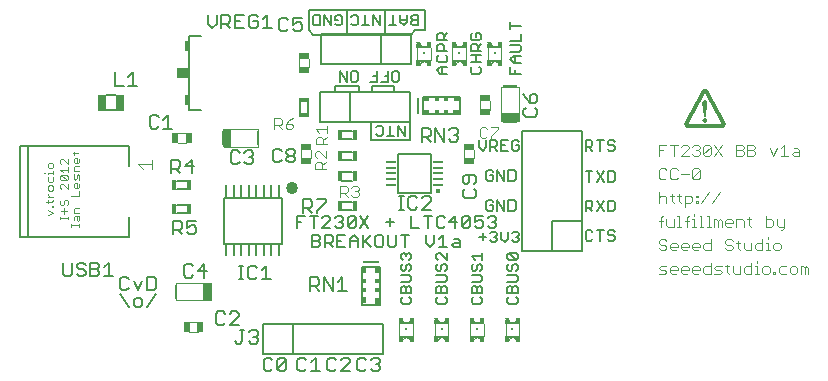
<source format=gto>
G75*
G70*
%OFA0B0*%
%FSLAX24Y24*%
%IPPOS*%
%LPD*%
%AMOC8*
5,1,8,0,0,1.08239X$1,22.5*
%
%ADD10C,0.0060*%
%ADD11C,0.0050*%
%ADD12C,0.0040*%
%ADD13C,0.0120*%
%ADD14C,0.0030*%
%ADD15R,0.0197X0.0374*%
%ADD16R,0.0197X0.0374*%
%ADD17R,0.0079X0.0472*%
%ADD18R,0.0256X0.0591*%
%ADD19R,0.0118X0.0236*%
%ADD20R,0.0118X0.0157*%
%ADD21R,0.0118X0.0197*%
%ADD22R,0.0551X0.0039*%
%ADD23R,0.0551X0.0079*%
%ADD24R,0.0039X0.0079*%
%ADD25R,0.0128X0.0197*%
%ADD26R,0.0059X0.0098*%
%ADD27R,0.0157X0.0069*%
%ADD28R,0.0079X0.0079*%
%ADD29R,0.0118X0.0118*%
%ADD30R,0.0128X0.0030*%
%ADD31R,0.0256X0.0551*%
%ADD32R,0.0394X0.0354*%
%ADD33R,0.0118X0.0354*%
%ADD34R,0.0374X0.0197*%
%ADD35R,0.0374X0.0197*%
%ADD36R,0.0374X0.0067*%
%ADD37C,0.0157*%
%ADD38R,0.0160X0.0340*%
%ADD39R,0.0472X0.0079*%
%ADD40R,0.0591X0.0256*%
%ADD41R,0.0340X0.0160*%
%ADD42R,0.0236X0.0118*%
%ADD43R,0.0157X0.0118*%
%ADD44R,0.0197X0.0118*%
%ADD45R,0.0039X0.0551*%
%ADD46R,0.0079X0.0551*%
%ADD47R,0.0079X0.0039*%
%ADD48C,0.0406*%
%ADD49R,0.0098X0.0409*%
D10*
X006495Y005661D02*
X006201Y006102D01*
X006275Y006227D02*
X006421Y006227D01*
X006495Y006301D01*
X006275Y006227D02*
X006201Y006301D01*
X006201Y006594D01*
X006275Y006668D01*
X006421Y006668D01*
X006495Y006594D01*
X006661Y006521D02*
X006808Y006227D01*
X006955Y006521D01*
X007122Y006668D02*
X007342Y006668D01*
X007415Y006594D01*
X007415Y006301D01*
X007342Y006227D01*
X007122Y006227D01*
X007122Y006668D01*
X007415Y006102D02*
X007122Y005661D01*
X006955Y005735D02*
X006955Y005881D01*
X006882Y005955D01*
X006735Y005955D01*
X006661Y005881D01*
X006661Y005735D01*
X006735Y005661D01*
X006882Y005661D01*
X006955Y005735D01*
X010163Y006596D02*
X010310Y006596D01*
X010236Y006596D02*
X010236Y007037D01*
X010163Y007037D02*
X010310Y007037D01*
X010470Y006963D02*
X010470Y006670D01*
X010543Y006596D01*
X010690Y006596D01*
X010763Y006670D01*
X010930Y006596D02*
X011224Y006596D01*
X011077Y006596D02*
X011077Y007037D01*
X010930Y006890D01*
X010763Y006963D02*
X010690Y007037D01*
X010543Y007037D01*
X010470Y006963D01*
X009660Y007765D02*
X011590Y007765D01*
X011590Y009305D01*
X009660Y009305D01*
X009660Y007765D01*
X008433Y008788D02*
X008093Y008788D01*
X008093Y009069D02*
X008433Y009069D01*
X008433Y009576D02*
X008093Y009576D01*
X008093Y009856D02*
X008433Y009856D01*
X008499Y012236D02*
X008920Y012236D01*
X008499Y012236D02*
X008499Y014677D01*
X008920Y014677D01*
X006062Y012722D02*
X005739Y012722D01*
X005739Y012222D02*
X006062Y012222D01*
X012207Y012154D02*
X012207Y012494D01*
X012487Y012494D02*
X012487Y012154D01*
X012881Y011824D02*
X013881Y011824D01*
X013881Y012824D01*
X015881Y012824D01*
X015349Y012866D02*
X015349Y013013D01*
X014611Y013013D01*
X014611Y012866D01*
X014168Y012866D02*
X014168Y013013D01*
X013381Y013013D01*
X013381Y012866D01*
X012881Y012824D02*
X013881Y012824D01*
X012881Y012824D02*
X012881Y011824D01*
X013604Y011529D02*
X013945Y011529D01*
X013945Y011249D02*
X013604Y011249D01*
X013604Y010840D02*
X013945Y010840D01*
X013945Y010560D02*
X013604Y010560D01*
X013604Y010151D02*
X013945Y010151D01*
X013945Y009871D02*
X013604Y009871D01*
X013604Y009167D02*
X013945Y009167D01*
X013945Y008887D02*
X013604Y008887D01*
X013575Y008678D02*
X013442Y008678D01*
X013375Y008611D01*
X013219Y008611D02*
X013152Y008678D01*
X013018Y008678D01*
X012952Y008611D01*
X012795Y008678D02*
X012528Y008678D01*
X012662Y008678D02*
X012662Y008277D01*
X012605Y008053D02*
X012805Y008053D01*
X012872Y007986D01*
X012872Y007919D01*
X012805Y007853D01*
X012605Y007853D01*
X012605Y008053D02*
X012605Y007652D01*
X012805Y007652D01*
X012872Y007719D01*
X012872Y007786D01*
X012805Y007853D01*
X013028Y007786D02*
X013228Y007786D01*
X013295Y007853D01*
X013295Y007986D01*
X013228Y008053D01*
X013028Y008053D01*
X013028Y007652D01*
X013162Y007786D02*
X013295Y007652D01*
X013452Y007652D02*
X013719Y007652D01*
X013875Y007652D02*
X013875Y007919D01*
X014009Y008053D01*
X014142Y007919D01*
X014142Y007652D01*
X014299Y007652D02*
X014299Y008053D01*
X014366Y007853D02*
X014566Y007652D01*
X014722Y007719D02*
X014789Y007652D01*
X014923Y007652D01*
X014989Y007719D01*
X014989Y007986D01*
X014923Y008053D01*
X014789Y008053D01*
X014722Y007986D01*
X014722Y007719D01*
X014566Y008053D02*
X014299Y007786D01*
X014142Y007853D02*
X013875Y007853D01*
X013719Y008053D02*
X013452Y008053D01*
X013452Y007652D01*
X013452Y007853D02*
X013585Y007853D01*
X013575Y008277D02*
X013442Y008277D01*
X013375Y008344D01*
X013219Y008277D02*
X012952Y008277D01*
X013219Y008544D01*
X013219Y008611D01*
X013509Y008478D02*
X013575Y008478D01*
X013642Y008411D01*
X013642Y008344D01*
X013575Y008277D01*
X013799Y008344D02*
X014066Y008611D01*
X014066Y008344D01*
X013999Y008277D01*
X013866Y008277D01*
X013799Y008344D01*
X013799Y008611D01*
X013866Y008678D01*
X013999Y008678D01*
X014066Y008611D01*
X014222Y008678D02*
X014489Y008277D01*
X014222Y008277D02*
X014489Y008678D01*
X015069Y008478D02*
X015336Y008478D01*
X015203Y008611D02*
X015203Y008344D01*
X015146Y008053D02*
X015146Y007719D01*
X015213Y007652D01*
X015346Y007652D01*
X015413Y007719D01*
X015413Y008053D01*
X015569Y008053D02*
X015836Y008053D01*
X015703Y008053D02*
X015703Y007652D01*
X016417Y007786D02*
X016417Y008053D01*
X016474Y008277D02*
X016474Y008678D01*
X016607Y008678D02*
X016340Y008678D01*
X016764Y008611D02*
X016764Y008344D01*
X016830Y008277D01*
X016964Y008277D01*
X017031Y008344D01*
X017187Y008478D02*
X017454Y008478D01*
X017611Y008611D02*
X017677Y008678D01*
X017811Y008678D01*
X017878Y008611D01*
X017611Y008344D01*
X017677Y008277D01*
X017811Y008277D01*
X017878Y008344D01*
X017878Y008611D01*
X018034Y008678D02*
X018034Y008478D01*
X018168Y008544D01*
X018234Y008544D01*
X018301Y008478D01*
X018301Y008344D01*
X018234Y008277D01*
X018101Y008277D01*
X018034Y008344D01*
X018458Y008344D02*
X018525Y008277D01*
X018658Y008277D01*
X018725Y008344D01*
X018725Y008411D01*
X018658Y008478D01*
X018591Y008478D01*
X018658Y008478D02*
X018725Y008544D01*
X018725Y008611D01*
X018658Y008678D01*
X018525Y008678D01*
X018458Y008611D01*
X018301Y008678D02*
X018034Y008678D01*
X017611Y008611D02*
X017611Y008344D01*
X017387Y008277D02*
X017387Y008678D01*
X017187Y008478D01*
X017031Y008611D02*
X016964Y008678D01*
X016830Y008678D01*
X016764Y008611D01*
X016183Y008277D02*
X015917Y008277D01*
X015917Y008678D01*
X015489Y009470D02*
X016572Y009470D01*
X016572Y010749D01*
X015489Y010749D01*
X015489Y009470D01*
X013642Y008611D02*
X013642Y008544D01*
X013575Y008478D01*
X013642Y008611D02*
X013575Y008678D01*
X012372Y008678D02*
X012105Y008678D01*
X012105Y008277D01*
X012105Y008478D02*
X012238Y008478D01*
X014267Y006999D02*
X014857Y006999D01*
X014857Y005740D01*
X014267Y005740D01*
X014267Y006999D01*
X016417Y007786D02*
X016550Y007652D01*
X016683Y007786D01*
X016683Y008053D01*
X016840Y007919D02*
X016974Y008053D01*
X016974Y007652D01*
X017107Y007652D02*
X016840Y007652D01*
X017264Y007719D02*
X017330Y007786D01*
X017531Y007786D01*
X017531Y007853D02*
X017531Y007652D01*
X017330Y007652D01*
X017264Y007719D01*
X017330Y007919D02*
X017464Y007919D01*
X017531Y007853D01*
X019615Y007519D02*
X019615Y011519D01*
X021615Y011519D01*
X021615Y008519D01*
X020615Y008519D01*
X020615Y007519D01*
X019615Y007519D01*
X020615Y007519D02*
X021615Y007519D01*
X021615Y008519D01*
X017554Y012078D02*
X016294Y012078D01*
X016294Y012669D01*
X017554Y012669D01*
X017554Y012078D01*
X015881Y011824D02*
X013881Y011824D01*
X014562Y011807D02*
X014562Y011217D01*
X015866Y011217D01*
X015866Y011807D01*
X015899Y013743D02*
X014899Y013743D01*
X014899Y014743D01*
X015899Y014743D01*
X015899Y013743D01*
X014899Y013743D02*
X012899Y013743D01*
X012899Y014743D02*
X014899Y014743D01*
X015054Y014736D02*
X015054Y015572D01*
X013774Y015572D01*
X012495Y015572D01*
X012495Y014883D01*
X012643Y014736D01*
X015891Y014736D01*
X016038Y014883D01*
X016383Y014883D01*
X016383Y015572D01*
X015054Y015572D01*
X013774Y015572D02*
X013774Y014736D01*
X014961Y005098D02*
X011961Y005098D01*
X011961Y004098D01*
X010961Y004098D01*
X010961Y005098D01*
X011961Y005098D01*
X011961Y004098D02*
X014961Y004098D01*
X014961Y005098D01*
X014799Y003966D02*
X014652Y003966D01*
X014579Y003892D01*
X014412Y003892D02*
X014339Y003966D01*
X014192Y003966D01*
X014118Y003892D01*
X014118Y003599D01*
X014192Y003525D01*
X014339Y003525D01*
X014412Y003599D01*
X014579Y003599D02*
X014652Y003525D01*
X014799Y003525D01*
X014872Y003599D01*
X014872Y003672D01*
X014799Y003746D01*
X014726Y003746D01*
X014799Y003746D02*
X014872Y003819D01*
X014872Y003892D01*
X014799Y003966D01*
X013872Y003892D02*
X013799Y003966D01*
X013652Y003966D01*
X013579Y003892D01*
X013412Y003892D02*
X013339Y003966D01*
X013192Y003966D01*
X013118Y003892D01*
X013118Y003599D01*
X013192Y003525D01*
X013339Y003525D01*
X013412Y003599D01*
X013579Y003525D02*
X013872Y003819D01*
X013872Y003892D01*
X013872Y003525D02*
X013579Y003525D01*
X012872Y003525D02*
X012579Y003525D01*
X012726Y003525D02*
X012726Y003966D01*
X012579Y003819D01*
X012412Y003892D02*
X012339Y003966D01*
X012192Y003966D01*
X012118Y003892D01*
X012118Y003599D01*
X012192Y003525D01*
X012339Y003525D01*
X012412Y003599D01*
X011747Y003599D02*
X011674Y003525D01*
X011527Y003525D01*
X011454Y003599D01*
X011747Y003892D01*
X011747Y003599D01*
X011454Y003599D02*
X011454Y003892D01*
X011527Y003966D01*
X011674Y003966D01*
X011747Y003892D01*
X011287Y003892D02*
X011214Y003966D01*
X011067Y003966D01*
X010993Y003892D01*
X010993Y003599D01*
X011067Y003525D01*
X011214Y003525D01*
X011287Y003599D01*
D11*
X010730Y004442D02*
X010580Y004442D01*
X010505Y004517D01*
X010655Y004667D02*
X010730Y004667D01*
X010805Y004592D01*
X010805Y004517D01*
X010730Y004442D01*
X010730Y004667D02*
X010805Y004742D01*
X010805Y004817D01*
X010730Y004892D01*
X010580Y004892D01*
X010505Y004817D01*
X010345Y004892D02*
X010195Y004892D01*
X010270Y004892D02*
X010270Y004517D01*
X010195Y004442D01*
X010120Y004442D01*
X010045Y004517D01*
X010159Y005064D02*
X009859Y005064D01*
X010159Y005364D01*
X010159Y005439D01*
X010084Y005514D01*
X009934Y005514D01*
X009859Y005439D01*
X009699Y005439D02*
X009624Y005514D01*
X009474Y005514D01*
X009399Y005439D01*
X009399Y005139D01*
X009474Y005064D01*
X009624Y005064D01*
X009699Y005139D01*
X009022Y006641D02*
X009022Y007091D01*
X008797Y006866D01*
X009097Y006866D01*
X008637Y007016D02*
X008562Y007091D01*
X008412Y007091D01*
X008337Y007016D01*
X008337Y006716D01*
X008412Y006641D01*
X008562Y006641D01*
X008637Y006716D01*
X008671Y008082D02*
X008521Y008082D01*
X008446Y008157D01*
X008446Y008308D02*
X008596Y008383D01*
X008671Y008383D01*
X008746Y008308D01*
X008746Y008157D01*
X008671Y008082D01*
X008286Y008082D02*
X008136Y008233D01*
X008211Y008233D02*
X007986Y008233D01*
X007986Y008082D02*
X007986Y008533D01*
X008211Y008533D01*
X008286Y008458D01*
X008286Y008308D01*
X008211Y008233D01*
X008446Y008308D02*
X008446Y008533D01*
X008746Y008533D01*
X006511Y008673D02*
X006511Y008279D01*
X006511Y008003D01*
X005586Y008003D01*
X004641Y008003D01*
X003420Y008003D01*
X003145Y008003D01*
X002889Y008003D01*
X002889Y011035D01*
X003145Y011035D01*
X003420Y011035D01*
X004641Y011035D01*
X005586Y011035D01*
X006511Y011035D01*
X006511Y010759D01*
X006511Y010366D01*
X007910Y010270D02*
X008135Y010270D01*
X008210Y010345D01*
X008210Y010495D01*
X008135Y010570D01*
X007910Y010570D01*
X007910Y010120D01*
X008060Y010270D02*
X008210Y010120D01*
X008370Y010345D02*
X008670Y010345D01*
X008595Y010120D02*
X008595Y010570D01*
X008370Y010345D01*
X009893Y010505D02*
X009968Y010430D01*
X010118Y010430D01*
X010193Y010505D01*
X010353Y010505D02*
X010428Y010430D01*
X010579Y010430D01*
X010654Y010505D01*
X010654Y010580D01*
X010579Y010655D01*
X010503Y010655D01*
X010579Y010655D02*
X010654Y010730D01*
X010654Y010805D01*
X010579Y010880D01*
X010428Y010880D01*
X010353Y010805D01*
X010193Y010805D02*
X010118Y010880D01*
X009968Y010880D01*
X009893Y010805D01*
X009893Y010505D01*
X011290Y010554D02*
X011365Y010479D01*
X011515Y010479D01*
X011590Y010554D01*
X011750Y010554D02*
X011750Y010629D01*
X011825Y010704D01*
X011975Y010704D01*
X012050Y010629D01*
X012050Y010554D01*
X011975Y010479D01*
X011825Y010479D01*
X011750Y010554D01*
X011825Y010704D02*
X011750Y010779D01*
X011750Y010854D01*
X011825Y010929D01*
X011975Y010929D01*
X012050Y010854D01*
X012050Y010779D01*
X011975Y010704D01*
X011590Y010854D02*
X011515Y010929D01*
X011365Y010929D01*
X011290Y010854D01*
X011290Y010554D01*
X012298Y009248D02*
X012523Y009248D01*
X012598Y009173D01*
X012598Y009023D01*
X012523Y008948D01*
X012298Y008948D01*
X012448Y008948D02*
X012598Y008798D01*
X012758Y008798D02*
X012758Y008873D01*
X013058Y009173D01*
X013058Y009248D01*
X012758Y009248D01*
X012298Y009248D02*
X012298Y008798D01*
X015514Y008904D02*
X015664Y008904D01*
X015589Y008904D02*
X015589Y009355D01*
X015514Y009355D02*
X015664Y009355D01*
X015821Y009280D02*
X015821Y008979D01*
X015896Y008904D01*
X016046Y008904D01*
X016121Y008979D01*
X016281Y008904D02*
X016582Y009205D01*
X016582Y009280D01*
X016506Y009355D01*
X016356Y009355D01*
X016281Y009280D01*
X016121Y009280D02*
X016046Y009355D01*
X015896Y009355D01*
X015821Y009280D01*
X016281Y008904D02*
X016582Y008904D01*
X017630Y009373D02*
X017705Y009298D01*
X018005Y009298D01*
X018080Y009373D01*
X018080Y009523D01*
X018005Y009598D01*
X018005Y009758D02*
X018080Y009833D01*
X018080Y009984D01*
X018005Y010059D01*
X017705Y010059D01*
X017630Y009984D01*
X017630Y009833D01*
X017705Y009758D01*
X017780Y009758D01*
X017855Y009833D01*
X017855Y010059D01*
X017705Y009598D02*
X017630Y009523D01*
X017630Y009373D01*
X018420Y009165D02*
X018420Y008931D01*
X018478Y008873D01*
X018595Y008873D01*
X018653Y008931D01*
X018653Y009048D01*
X018536Y009048D01*
X018420Y009165D02*
X018478Y009223D01*
X018595Y009223D01*
X018653Y009165D01*
X018788Y009223D02*
X018788Y008873D01*
X019021Y008873D02*
X019021Y009223D01*
X019156Y009223D02*
X019331Y009223D01*
X019390Y009165D01*
X019390Y008931D01*
X019331Y008873D01*
X019156Y008873D01*
X019156Y009223D01*
X018788Y009223D02*
X019021Y008873D01*
X018910Y008174D02*
X018910Y007940D01*
X019027Y007824D01*
X019144Y007940D01*
X019144Y008174D01*
X019278Y008115D02*
X019337Y008174D01*
X019454Y008174D01*
X019512Y008115D01*
X019512Y008057D01*
X019454Y007999D01*
X019512Y007940D01*
X019512Y007882D01*
X019454Y007824D01*
X019337Y007824D01*
X019278Y007882D01*
X019395Y007999D02*
X019454Y007999D01*
X018775Y008057D02*
X018717Y007999D01*
X018775Y007940D01*
X018775Y007882D01*
X018717Y007824D01*
X018600Y007824D01*
X018542Y007882D01*
X018659Y007999D02*
X018717Y007999D01*
X018775Y008057D02*
X018775Y008115D01*
X018717Y008174D01*
X018600Y008174D01*
X018542Y008115D01*
X018407Y007999D02*
X018174Y007999D01*
X018290Y008115D02*
X018290Y007882D01*
X018277Y007461D02*
X018277Y007228D01*
X018277Y007345D02*
X017927Y007345D01*
X018044Y007228D01*
X017985Y007093D02*
X017927Y007035D01*
X017927Y006918D01*
X017985Y006860D01*
X018044Y006860D01*
X018102Y006918D01*
X018102Y007035D01*
X018160Y007093D01*
X018219Y007093D01*
X018277Y007035D01*
X018277Y006918D01*
X018219Y006860D01*
X018219Y006725D02*
X017927Y006725D01*
X017927Y006491D02*
X018219Y006491D01*
X018277Y006550D01*
X018277Y006666D01*
X018219Y006725D01*
X018219Y006356D02*
X018277Y006298D01*
X018277Y006123D01*
X017927Y006123D01*
X017927Y006298D01*
X017985Y006356D01*
X018044Y006356D01*
X018102Y006298D01*
X018102Y006123D01*
X018102Y006298D02*
X018160Y006356D01*
X018219Y006356D01*
X018219Y005988D02*
X018277Y005930D01*
X018277Y005813D01*
X018219Y005755D01*
X017985Y005755D01*
X017927Y005813D01*
X017927Y005930D01*
X017985Y005988D01*
X017096Y005930D02*
X017038Y005988D01*
X017096Y005930D02*
X017096Y005813D01*
X017038Y005755D01*
X016804Y005755D01*
X016746Y005813D01*
X016746Y005930D01*
X016804Y005988D01*
X016746Y006123D02*
X016746Y006298D01*
X016804Y006356D01*
X016862Y006356D01*
X016921Y006298D01*
X016921Y006123D01*
X017096Y006123D02*
X017096Y006298D01*
X017038Y006356D01*
X016979Y006356D01*
X016921Y006298D01*
X017096Y006123D02*
X016746Y006123D01*
X016746Y006491D02*
X017038Y006491D01*
X017096Y006550D01*
X017096Y006666D01*
X017038Y006725D01*
X016746Y006725D01*
X016804Y006860D02*
X016862Y006860D01*
X016921Y006918D01*
X016921Y007035D01*
X016979Y007093D01*
X017038Y007093D01*
X017096Y007035D01*
X017096Y006918D01*
X017038Y006860D01*
X016804Y006860D02*
X016746Y006918D01*
X016746Y007035D01*
X016804Y007093D01*
X016804Y007228D02*
X016746Y007286D01*
X016746Y007403D01*
X016804Y007461D01*
X016862Y007461D01*
X017096Y007228D01*
X017096Y007461D01*
X015915Y007403D02*
X015915Y007286D01*
X015856Y007228D01*
X015856Y007093D02*
X015915Y007035D01*
X015915Y006918D01*
X015856Y006860D01*
X015740Y006918D02*
X015740Y007035D01*
X015798Y007093D01*
X015856Y007093D01*
X015740Y006918D02*
X015681Y006860D01*
X015623Y006860D01*
X015565Y006918D01*
X015565Y007035D01*
X015623Y007093D01*
X015623Y007228D02*
X015565Y007286D01*
X015565Y007403D01*
X015623Y007461D01*
X015681Y007461D01*
X015740Y007403D01*
X015798Y007461D01*
X015856Y007461D01*
X015915Y007403D01*
X015740Y007403D02*
X015740Y007345D01*
X015856Y006725D02*
X015565Y006725D01*
X015565Y006491D02*
X015856Y006491D01*
X015915Y006550D01*
X015915Y006666D01*
X015856Y006725D01*
X015856Y006356D02*
X015915Y006298D01*
X015915Y006123D01*
X015565Y006123D01*
X015565Y006298D01*
X015623Y006356D01*
X015681Y006356D01*
X015740Y006298D01*
X015740Y006123D01*
X015740Y006298D02*
X015798Y006356D01*
X015856Y006356D01*
X015856Y005988D02*
X015915Y005930D01*
X015915Y005813D01*
X015856Y005755D01*
X015623Y005755D01*
X015565Y005813D01*
X015565Y005930D01*
X015623Y005988D01*
X013766Y006198D02*
X013465Y006198D01*
X013615Y006198D02*
X013615Y006648D01*
X013465Y006498D01*
X013305Y006648D02*
X013305Y006198D01*
X013005Y006648D01*
X013005Y006198D01*
X012845Y006198D02*
X012695Y006348D01*
X012770Y006348D02*
X012545Y006348D01*
X012545Y006198D02*
X012545Y006648D01*
X012770Y006648D01*
X012845Y006573D01*
X012845Y006423D01*
X012770Y006348D01*
X018420Y009931D02*
X018478Y009873D01*
X018595Y009873D01*
X018653Y009931D01*
X018653Y010048D01*
X018536Y010048D01*
X018420Y010165D02*
X018420Y009931D01*
X018420Y010165D02*
X018478Y010223D01*
X018595Y010223D01*
X018653Y010165D01*
X018788Y010223D02*
X019021Y009873D01*
X019021Y010223D01*
X019156Y010223D02*
X019331Y010223D01*
X019390Y010165D01*
X019390Y009931D01*
X019331Y009873D01*
X019156Y009873D01*
X019156Y010223D01*
X018788Y010223D02*
X018788Y009873D01*
X018775Y010873D02*
X018659Y010990D01*
X018717Y010990D02*
X018542Y010990D01*
X018542Y010873D02*
X018542Y011223D01*
X018717Y011223D01*
X018775Y011165D01*
X018775Y011048D01*
X018717Y010990D01*
X018910Y011048D02*
X019027Y011048D01*
X019144Y011223D02*
X018910Y011223D01*
X018910Y010873D01*
X019144Y010873D01*
X019278Y010931D02*
X019278Y011165D01*
X019337Y011223D01*
X019454Y011223D01*
X019512Y011165D01*
X019512Y011048D02*
X019395Y011048D01*
X019512Y011048D02*
X019512Y010931D01*
X019454Y010873D01*
X019337Y010873D01*
X019278Y010931D01*
X018407Y010990D02*
X018407Y011223D01*
X018174Y011223D02*
X018174Y010990D01*
X018290Y010873D01*
X018407Y010990D01*
X017481Y011243D02*
X017406Y011168D01*
X017256Y011168D01*
X017181Y011243D01*
X017021Y011168D02*
X017021Y011618D01*
X017181Y011543D02*
X017256Y011618D01*
X017406Y011618D01*
X017481Y011543D01*
X017481Y011468D01*
X017406Y011393D01*
X017481Y011318D01*
X017481Y011243D01*
X017406Y011393D02*
X017331Y011393D01*
X017021Y011168D02*
X016720Y011618D01*
X016720Y011168D01*
X016560Y011168D02*
X016410Y011318D01*
X016485Y011318D02*
X016260Y011318D01*
X016260Y011168D02*
X016260Y011618D01*
X016485Y011618D01*
X016560Y011543D01*
X016560Y011393D01*
X016485Y011318D01*
X015705Y011354D02*
X015705Y011705D01*
X015881Y011824D02*
X015881Y012824D01*
X015508Y013234D02*
X015508Y013467D01*
X015450Y013526D01*
X015333Y013526D01*
X015275Y013467D01*
X015275Y013234D01*
X015333Y013175D01*
X015450Y013175D01*
X015508Y013234D01*
X015140Y013175D02*
X014907Y013175D01*
X014772Y013175D02*
X014538Y013175D01*
X014655Y013350D02*
X014772Y013350D01*
X014772Y013175D02*
X014772Y013526D01*
X015023Y013350D02*
X015140Y013350D01*
X015140Y013175D02*
X015140Y013526D01*
X014130Y013467D02*
X014130Y013234D01*
X014072Y013175D01*
X013955Y013175D01*
X013897Y013234D01*
X013897Y013467D01*
X013955Y013526D01*
X014072Y013526D01*
X014130Y013467D01*
X013762Y013526D02*
X013762Y013175D01*
X013529Y013526D01*
X013529Y013175D01*
X012899Y013743D02*
X012899Y014743D01*
X012864Y015045D02*
X012689Y015045D01*
X012631Y015104D01*
X012631Y015337D01*
X012689Y015396D01*
X012864Y015396D01*
X012864Y015045D01*
X012999Y015045D02*
X012999Y015396D01*
X013233Y015045D01*
X013233Y015396D01*
X013367Y015337D02*
X013367Y015221D01*
X013484Y015221D01*
X013367Y015337D02*
X013426Y015396D01*
X013543Y015396D01*
X013601Y015337D01*
X013601Y015104D01*
X013543Y015045D01*
X013426Y015045D01*
X013367Y015104D01*
X013900Y015104D02*
X013959Y015045D01*
X014076Y015045D01*
X014134Y015104D01*
X014134Y015337D01*
X014076Y015396D01*
X013959Y015396D01*
X013900Y015337D01*
X014386Y015396D02*
X014386Y015045D01*
X014502Y015045D02*
X014269Y015045D01*
X014637Y015045D02*
X014637Y015396D01*
X014871Y015045D01*
X014871Y015396D01*
X015295Y015396D02*
X015295Y015045D01*
X015411Y015045D02*
X015178Y015045D01*
X015546Y015162D02*
X015546Y015396D01*
X015546Y015221D02*
X015780Y015221D01*
X015780Y015162D02*
X015663Y015045D01*
X015546Y015162D01*
X015780Y015162D02*
X015780Y015396D01*
X015915Y015337D02*
X015973Y015396D01*
X016148Y015396D01*
X016148Y015045D01*
X015973Y015045D01*
X015915Y015104D01*
X015915Y015162D01*
X015973Y015221D01*
X016148Y015221D01*
X015973Y015221D02*
X015915Y015279D01*
X015915Y015337D01*
X016769Y014722D02*
X016828Y014780D01*
X016944Y014780D01*
X017003Y014722D01*
X017003Y014547D01*
X017003Y014663D02*
X017120Y014780D01*
X017120Y014547D02*
X016769Y014547D01*
X016769Y014722D01*
X016828Y014412D02*
X016769Y014353D01*
X016769Y014178D01*
X017120Y014178D01*
X017003Y014178D02*
X017003Y014353D01*
X016944Y014412D01*
X016828Y014412D01*
X016828Y014044D02*
X016769Y013985D01*
X016769Y013868D01*
X016828Y013810D01*
X017061Y013810D01*
X017120Y013868D01*
X017120Y013985D01*
X017061Y014044D01*
X017120Y013675D02*
X016886Y013675D01*
X016769Y013558D01*
X016886Y013442D01*
X017120Y013442D01*
X016944Y013442D02*
X016944Y013675D01*
X017894Y013617D02*
X017894Y013500D01*
X017953Y013442D01*
X018186Y013442D01*
X018245Y013500D01*
X018245Y013617D01*
X018186Y013675D01*
X018245Y013810D02*
X017894Y013810D01*
X017953Y013675D02*
X017894Y013617D01*
X018069Y013810D02*
X018069Y014044D01*
X018128Y014178D02*
X018128Y014353D01*
X018069Y014412D01*
X017953Y014412D01*
X017894Y014353D01*
X017894Y014178D01*
X018245Y014178D01*
X018245Y014044D02*
X017894Y014044D01*
X018128Y014295D02*
X018245Y014412D01*
X018186Y014547D02*
X017953Y014547D01*
X017894Y014605D01*
X017894Y014722D01*
X017953Y014780D01*
X018069Y014780D02*
X018069Y014663D01*
X018069Y014780D02*
X018186Y014780D01*
X018245Y014722D01*
X018245Y014605D01*
X018186Y014547D01*
X019206Y014541D02*
X019557Y014541D01*
X019557Y014774D01*
X019206Y014909D02*
X019206Y015143D01*
X019206Y015026D02*
X019557Y015026D01*
X019498Y014406D02*
X019206Y014406D01*
X019206Y014172D02*
X019498Y014172D01*
X019557Y014231D01*
X019557Y014348D01*
X019498Y014406D01*
X019557Y014038D02*
X019323Y014038D01*
X019206Y013921D01*
X019323Y013804D01*
X019557Y013804D01*
X019381Y013804D02*
X019381Y014038D01*
X019206Y013669D02*
X019206Y013436D01*
X019557Y013436D01*
X019381Y013436D02*
X019381Y013553D01*
X019655Y012765D02*
X019730Y012615D01*
X019881Y012465D01*
X019881Y012690D01*
X019956Y012765D01*
X020031Y012765D01*
X020106Y012690D01*
X020106Y012540D01*
X020031Y012465D01*
X019881Y012465D01*
X020031Y012305D02*
X020106Y012230D01*
X020106Y012080D01*
X020031Y012005D01*
X019730Y012005D01*
X019655Y012080D01*
X019655Y012230D01*
X019730Y012305D01*
X021723Y011223D02*
X021898Y011223D01*
X021956Y011165D01*
X021956Y011048D01*
X021898Y010990D01*
X021723Y010990D01*
X021839Y010990D02*
X021956Y010873D01*
X021723Y010873D02*
X021723Y011223D01*
X022091Y011223D02*
X022325Y011223D01*
X022208Y011223D02*
X022208Y010873D01*
X022459Y010931D02*
X022518Y010873D01*
X022634Y010873D01*
X022693Y010931D01*
X022693Y010990D01*
X022634Y011048D01*
X022518Y011048D01*
X022459Y011106D01*
X022459Y011165D01*
X022518Y011223D01*
X022634Y011223D01*
X022693Y011165D01*
X022634Y010190D02*
X022459Y010190D01*
X022459Y009839D01*
X022634Y009839D01*
X022693Y009898D01*
X022693Y010131D01*
X022634Y010190D01*
X022325Y010190D02*
X022091Y009839D01*
X022325Y009839D02*
X022091Y010190D01*
X021956Y010190D02*
X021723Y010190D01*
X021839Y010190D02*
X021839Y009839D01*
X021898Y009205D02*
X021723Y009205D01*
X021723Y008855D01*
X021723Y008972D02*
X021898Y008972D01*
X021956Y009030D01*
X021956Y009147D01*
X021898Y009205D01*
X022091Y009205D02*
X022325Y008855D01*
X022459Y008855D02*
X022634Y008855D01*
X022693Y008913D01*
X022693Y009147D01*
X022634Y009205D01*
X022459Y009205D01*
X022459Y008855D01*
X022091Y008855D02*
X022325Y009205D01*
X021956Y008855D02*
X021839Y008972D01*
X021781Y008221D02*
X021723Y008163D01*
X021723Y007929D01*
X021781Y007871D01*
X021898Y007871D01*
X021956Y007929D01*
X021956Y008163D02*
X021898Y008221D01*
X021781Y008221D01*
X022091Y008221D02*
X022325Y008221D01*
X022208Y008221D02*
X022208Y007871D01*
X022459Y007929D02*
X022518Y007871D01*
X022634Y007871D01*
X022693Y007929D01*
X022693Y007988D01*
X022634Y008046D01*
X022518Y008046D01*
X022459Y008104D01*
X022459Y008163D01*
X022518Y008221D01*
X022634Y008221D01*
X022693Y008163D01*
X019458Y007403D02*
X019458Y007286D01*
X019400Y007228D01*
X019166Y007461D01*
X019400Y007461D01*
X019458Y007403D01*
X019400Y007228D02*
X019166Y007228D01*
X019108Y007286D01*
X019108Y007403D01*
X019166Y007461D01*
X019166Y007093D02*
X019108Y007035D01*
X019108Y006918D01*
X019166Y006860D01*
X019225Y006860D01*
X019283Y006918D01*
X019283Y007035D01*
X019341Y007093D01*
X019400Y007093D01*
X019458Y007035D01*
X019458Y006918D01*
X019400Y006860D01*
X019400Y006725D02*
X019108Y006725D01*
X019108Y006491D02*
X019400Y006491D01*
X019458Y006550D01*
X019458Y006666D01*
X019400Y006725D01*
X019400Y006356D02*
X019458Y006298D01*
X019458Y006123D01*
X019108Y006123D01*
X019108Y006298D01*
X019166Y006356D01*
X019225Y006356D01*
X019283Y006298D01*
X019283Y006123D01*
X019283Y006298D02*
X019341Y006356D01*
X019400Y006356D01*
X019400Y005988D02*
X019458Y005930D01*
X019458Y005813D01*
X019400Y005755D01*
X019166Y005755D01*
X019108Y005813D01*
X019108Y005930D01*
X019166Y005988D01*
X015705Y011354D02*
X015472Y011705D01*
X015472Y011354D01*
X015337Y011354D02*
X015103Y011354D01*
X015220Y011354D02*
X015220Y011705D01*
X014969Y011646D02*
X014969Y011413D01*
X014910Y011354D01*
X014793Y011354D01*
X014735Y011413D01*
X014735Y011646D02*
X014793Y011705D01*
X014910Y011705D01*
X014969Y011646D01*
X012195Y014846D02*
X012045Y014846D01*
X011969Y014921D01*
X011969Y015071D02*
X012120Y015146D01*
X012195Y015146D01*
X012270Y015071D01*
X012270Y014921D01*
X012195Y014846D01*
X011969Y015071D02*
X011969Y015297D01*
X012270Y015297D01*
X011809Y015222D02*
X011734Y015297D01*
X011584Y015297D01*
X011509Y015222D01*
X011509Y014921D01*
X011584Y014846D01*
X011734Y014846D01*
X011809Y014921D01*
X011266Y014957D02*
X010966Y014957D01*
X011116Y014957D02*
X011116Y015408D01*
X010966Y015258D01*
X010806Y015333D02*
X010731Y015408D01*
X010580Y015408D01*
X010505Y015333D01*
X010505Y015032D01*
X010580Y014957D01*
X010731Y014957D01*
X010806Y015032D01*
X010806Y015183D01*
X010655Y015183D01*
X010345Y015408D02*
X010045Y015408D01*
X010045Y014957D01*
X010345Y014957D01*
X010195Y015183D02*
X010045Y015183D01*
X009885Y015183D02*
X009810Y015108D01*
X009585Y015108D01*
X009735Y015108D02*
X009885Y014957D01*
X009885Y015183D02*
X009885Y015333D01*
X009810Y015408D01*
X009585Y015408D01*
X009585Y014957D01*
X009425Y015108D02*
X009425Y015408D01*
X009124Y015408D02*
X009124Y015108D01*
X009274Y014957D01*
X009425Y015108D01*
X006634Y013489D02*
X006634Y013038D01*
X006484Y013038D02*
X006784Y013038D01*
X006484Y013338D02*
X006634Y013489D01*
X006324Y013038D02*
X006024Y013038D01*
X006024Y013489D01*
X007268Y012054D02*
X007193Y011979D01*
X007193Y011679D01*
X007268Y011604D01*
X007418Y011604D01*
X007493Y011679D01*
X007654Y011604D02*
X007954Y011604D01*
X007804Y011604D02*
X007804Y012054D01*
X007654Y011904D01*
X007493Y011979D02*
X007418Y012054D01*
X007268Y012054D01*
X003145Y011035D02*
X003145Y008003D01*
X004301Y007140D02*
X004301Y006765D01*
X004376Y006690D01*
X004527Y006690D01*
X004602Y006765D01*
X004602Y007140D01*
X004762Y007065D02*
X004762Y006990D01*
X004837Y006915D01*
X004987Y006915D01*
X005062Y006840D01*
X005062Y006765D01*
X004987Y006690D01*
X004837Y006690D01*
X004762Y006765D01*
X005222Y006690D02*
X005447Y006690D01*
X005522Y006765D01*
X005522Y006840D01*
X005447Y006915D01*
X005222Y006915D01*
X005062Y007065D02*
X004987Y007140D01*
X004837Y007140D01*
X004762Y007065D01*
X005222Y007140D02*
X005447Y007140D01*
X005522Y007065D01*
X005522Y006990D01*
X005447Y006915D01*
X005683Y006990D02*
X005833Y007140D01*
X005833Y006690D01*
X005683Y006690D02*
X005983Y006690D01*
X005222Y006690D02*
X005222Y007140D01*
X025704Y012039D02*
X025654Y012482D01*
X025753Y012482D01*
X025704Y012039D01*
X025702Y012057D02*
X025706Y012057D01*
X025711Y012106D02*
X025696Y012106D01*
X025691Y012154D02*
X025716Y012154D01*
X025722Y012203D02*
X025685Y012203D01*
X025680Y012252D02*
X025727Y012252D01*
X025733Y012300D02*
X025675Y012300D01*
X025669Y012349D02*
X025738Y012349D01*
X025743Y012397D02*
X025664Y012397D01*
X025658Y012446D02*
X025749Y012446D01*
X025753Y012482D02*
X025751Y012495D01*
X025746Y012506D01*
X025739Y012517D01*
X025729Y012524D01*
X025717Y012529D01*
X025704Y012531D01*
X025691Y012529D01*
X025680Y012524D01*
X025669Y012517D01*
X025662Y012506D01*
X025657Y012495D01*
X025655Y012482D01*
X025655Y011891D02*
X025657Y011904D01*
X025662Y011916D01*
X025671Y011927D01*
X025681Y011935D01*
X025694Y011939D01*
X025707Y011940D01*
X025720Y011937D01*
X025732Y011931D01*
X025742Y011922D01*
X025749Y011911D01*
X025753Y011898D01*
X025753Y011884D01*
X025749Y011871D01*
X025742Y011860D01*
X025732Y011851D01*
X025720Y011845D01*
X025707Y011842D01*
X025694Y011843D01*
X025681Y011847D01*
X025671Y011855D01*
X025662Y011866D01*
X025657Y011878D01*
X025655Y011891D01*
D12*
X008797Y004821D02*
X008516Y004821D01*
X008516Y005156D02*
X008797Y005156D01*
X009227Y005877D02*
X008086Y005877D01*
X008086Y006468D01*
X009227Y006468D01*
X009227Y005877D01*
X004844Y008338D02*
X004844Y008425D01*
X004844Y008382D02*
X004584Y008382D01*
X004584Y008425D02*
X004584Y008338D01*
X004671Y008566D02*
X004671Y008652D01*
X004714Y008696D01*
X004844Y008696D01*
X004844Y008566D01*
X004801Y008522D01*
X004757Y008566D01*
X004757Y008696D01*
X004844Y008799D02*
X004671Y008799D01*
X004671Y008929D01*
X004714Y008972D01*
X004844Y008972D01*
X004469Y009092D02*
X004426Y009049D01*
X004469Y009092D02*
X004469Y009179D01*
X004426Y009222D01*
X004382Y009222D01*
X004339Y009179D01*
X004339Y009092D01*
X004296Y009049D01*
X004252Y009049D01*
X004209Y009092D01*
X004209Y009179D01*
X004252Y009222D01*
X003969Y009214D02*
X003926Y009171D01*
X003752Y009171D01*
X003796Y009128D02*
X003796Y009214D01*
X003796Y009312D02*
X003969Y009312D01*
X003882Y009312D02*
X003796Y009398D01*
X003796Y009442D01*
X003839Y009542D02*
X003796Y009585D01*
X003796Y009672D01*
X003839Y009715D01*
X003926Y009715D01*
X003969Y009672D01*
X003969Y009585D01*
X003926Y009542D01*
X003839Y009542D01*
X004209Y009644D02*
X004252Y009601D01*
X004209Y009644D02*
X004209Y009731D01*
X004252Y009775D01*
X004296Y009775D01*
X004469Y009601D01*
X004469Y009775D01*
X004426Y009877D02*
X004252Y010051D01*
X004426Y010051D01*
X004469Y010007D01*
X004469Y009921D01*
X004426Y009877D01*
X004252Y009877D01*
X004209Y009921D01*
X004209Y010007D01*
X004252Y010051D01*
X004296Y010154D02*
X004209Y010240D01*
X004469Y010240D01*
X004469Y010154D02*
X004469Y010327D01*
X004469Y010430D02*
X004296Y010603D01*
X004252Y010603D01*
X004209Y010560D01*
X004209Y010473D01*
X004252Y010430D01*
X004469Y010430D02*
X004469Y010603D01*
X004671Y010586D02*
X004714Y010629D01*
X004757Y010629D01*
X004757Y010456D01*
X004714Y010456D02*
X004801Y010456D01*
X004844Y010499D01*
X004844Y010586D01*
X004671Y010586D02*
X004671Y010499D01*
X004714Y010456D01*
X004714Y010353D02*
X004844Y010353D01*
X004714Y010353D02*
X004671Y010310D01*
X004671Y010180D01*
X004844Y010180D01*
X004801Y010077D02*
X004757Y010034D01*
X004757Y009947D01*
X004714Y009904D01*
X004671Y009947D01*
X004671Y010077D01*
X004801Y010077D02*
X004844Y010034D01*
X004844Y009904D01*
X004757Y009801D02*
X004757Y009627D01*
X004714Y009627D02*
X004801Y009627D01*
X004844Y009671D01*
X004844Y009757D01*
X004757Y009801D02*
X004714Y009801D01*
X004671Y009757D01*
X004671Y009671D01*
X004714Y009627D01*
X004844Y009525D02*
X004844Y009351D01*
X004584Y009351D01*
X004339Y008946D02*
X004339Y008772D01*
X004252Y008859D02*
X004426Y008859D01*
X004469Y008675D02*
X004469Y008588D01*
X004469Y008632D02*
X004209Y008632D01*
X004209Y008675D02*
X004209Y008588D01*
X003969Y008800D02*
X003796Y008887D01*
X003926Y008989D02*
X003926Y009033D01*
X003969Y009033D01*
X003969Y008989D01*
X003926Y008989D01*
X003969Y008800D02*
X003796Y008713D01*
X003839Y009818D02*
X003796Y009861D01*
X003796Y009992D01*
X003796Y010094D02*
X003796Y010138D01*
X003969Y010138D01*
X003969Y010181D02*
X003969Y010094D01*
X003969Y009992D02*
X003969Y009861D01*
X003926Y009818D01*
X003839Y009818D01*
X003709Y010138D02*
X003665Y010138D01*
X003839Y010278D02*
X003796Y010322D01*
X003796Y010409D01*
X003839Y010452D01*
X003926Y010452D01*
X003969Y010409D01*
X003969Y010322D01*
X003926Y010278D01*
X003839Y010278D01*
X004627Y010776D02*
X004801Y010776D01*
X004844Y010819D01*
X004671Y010819D02*
X004671Y010732D01*
X006806Y010413D02*
X006959Y010260D01*
X006806Y010413D02*
X007266Y010413D01*
X007266Y010260D02*
X007266Y010567D01*
X008123Y011121D02*
X008403Y011121D01*
X008403Y011456D02*
X008123Y011456D01*
X009660Y011586D02*
X009660Y010995D01*
X010802Y010995D01*
X010802Y011586D01*
X009660Y011586D01*
X011356Y011590D02*
X011356Y011951D01*
X011536Y011951D01*
X011596Y011890D01*
X011596Y011770D01*
X011536Y011710D01*
X011356Y011710D01*
X011476Y011710D02*
X011596Y011590D01*
X011724Y011650D02*
X011784Y011590D01*
X011904Y011590D01*
X011964Y011650D01*
X011964Y011710D01*
X011904Y011770D01*
X011724Y011770D01*
X011724Y011650D01*
X011724Y011770D02*
X011844Y011890D01*
X011964Y011951D01*
X012731Y011583D02*
X012851Y011462D01*
X012911Y011334D02*
X012971Y011274D01*
X012971Y011094D01*
X013091Y011094D02*
X012731Y011094D01*
X012731Y011274D01*
X012791Y011334D01*
X012911Y011334D01*
X012971Y011214D02*
X013091Y011334D01*
X013091Y011462D02*
X013091Y011703D01*
X013091Y011583D02*
X012731Y011583D01*
X012561Y010890D02*
X012561Y010609D01*
X012716Y010686D02*
X012776Y010626D01*
X012716Y010686D02*
X012716Y010806D01*
X012776Y010866D01*
X012836Y010866D01*
X013076Y010626D01*
X013076Y010866D01*
X013076Y010498D02*
X012956Y010378D01*
X012956Y010438D02*
X012956Y010258D01*
X013076Y010258D02*
X012716Y010258D01*
X012716Y010438D01*
X012776Y010498D01*
X012896Y010498D01*
X012956Y010438D01*
X012226Y010609D02*
X012226Y010890D01*
X013549Y009695D02*
X013730Y009695D01*
X013790Y009635D01*
X013790Y009514D01*
X013730Y009454D01*
X013549Y009454D01*
X013549Y009334D02*
X013549Y009695D01*
X013669Y009454D02*
X013790Y009334D01*
X013918Y009394D02*
X013978Y009334D01*
X014098Y009334D01*
X014158Y009394D01*
X014158Y009454D01*
X014098Y009514D01*
X014038Y009514D01*
X014098Y009514D02*
X014158Y009575D01*
X014158Y009635D01*
X014098Y009695D01*
X013978Y009695D01*
X013918Y009635D01*
X017681Y010609D02*
X017681Y010890D01*
X018016Y010890D02*
X018016Y010609D01*
X018269Y011291D02*
X018389Y011291D01*
X018449Y011351D01*
X018577Y011351D02*
X018577Y011291D01*
X018577Y011351D02*
X018817Y011591D01*
X018817Y011651D01*
X018577Y011651D01*
X018449Y011591D02*
X018389Y011651D01*
X018269Y011651D01*
X018209Y011591D01*
X018209Y011351D01*
X018269Y011291D01*
X018900Y011852D02*
X019491Y011852D01*
X019491Y012993D01*
X018900Y012993D01*
X018900Y011852D01*
X018536Y012241D02*
X018536Y012521D01*
X018201Y012521D02*
X018201Y012241D01*
X018559Y013731D02*
X018564Y013753D01*
X018572Y013773D01*
X018583Y013791D01*
X018598Y013808D01*
X018614Y013822D01*
X018633Y013834D01*
X018653Y013842D01*
X018674Y013847D01*
X018696Y013849D01*
X018718Y013847D01*
X018739Y013842D01*
X018759Y013834D01*
X018778Y013822D01*
X018794Y013808D01*
X018809Y013791D01*
X018820Y013773D01*
X018828Y013753D01*
X018833Y013731D01*
X018922Y013889D02*
X018922Y014303D01*
X018833Y014460D02*
X018828Y014438D01*
X018820Y014418D01*
X018809Y014400D01*
X018794Y014383D01*
X018778Y014369D01*
X018759Y014357D01*
X018739Y014349D01*
X018718Y014344D01*
X018696Y014342D01*
X018674Y014344D01*
X018653Y014349D01*
X018633Y014357D01*
X018614Y014369D01*
X018598Y014383D01*
X018583Y014400D01*
X018572Y014418D01*
X018564Y014438D01*
X018559Y014460D01*
X018478Y014430D02*
X018480Y014442D01*
X018485Y014453D01*
X018493Y014462D01*
X018504Y014468D01*
X018516Y014471D01*
X018528Y014470D01*
X018540Y014466D01*
X018549Y014458D01*
X018556Y014448D01*
X018560Y014436D01*
X018560Y014424D01*
X018556Y014412D01*
X018549Y014402D01*
X018539Y014394D01*
X018528Y014390D01*
X018516Y014389D01*
X018504Y014392D01*
X018493Y014398D01*
X018485Y014407D01*
X018480Y014418D01*
X018478Y014430D01*
X018469Y014460D02*
X018469Y013899D01*
X017741Y013889D02*
X017741Y014303D01*
X017652Y014460D02*
X017647Y014438D01*
X017639Y014418D01*
X017628Y014400D01*
X017613Y014383D01*
X017597Y014369D01*
X017578Y014357D01*
X017558Y014349D01*
X017537Y014344D01*
X017515Y014342D01*
X017493Y014344D01*
X017472Y014349D01*
X017452Y014357D01*
X017433Y014369D01*
X017417Y014383D01*
X017402Y014400D01*
X017391Y014418D01*
X017383Y014438D01*
X017378Y014460D01*
X017296Y014430D02*
X017298Y014442D01*
X017303Y014453D01*
X017311Y014462D01*
X017322Y014468D01*
X017334Y014471D01*
X017346Y014470D01*
X017358Y014466D01*
X017367Y014458D01*
X017374Y014448D01*
X017378Y014436D01*
X017378Y014424D01*
X017374Y014412D01*
X017367Y014402D01*
X017357Y014394D01*
X017346Y014390D01*
X017334Y014389D01*
X017322Y014392D01*
X017311Y014398D01*
X017303Y014407D01*
X017298Y014418D01*
X017296Y014430D01*
X017288Y014460D02*
X017288Y013899D01*
X017378Y013731D02*
X017383Y013753D01*
X017391Y013773D01*
X017402Y013791D01*
X017417Y013808D01*
X017433Y013822D01*
X017452Y013834D01*
X017472Y013842D01*
X017493Y013847D01*
X017515Y013849D01*
X017537Y013847D01*
X017558Y013842D01*
X017578Y013834D01*
X017597Y013822D01*
X017613Y013808D01*
X017628Y013791D01*
X017639Y013773D01*
X017647Y013753D01*
X017652Y013731D01*
X016560Y013889D02*
X016560Y014303D01*
X016471Y014460D02*
X016466Y014438D01*
X016458Y014418D01*
X016447Y014400D01*
X016432Y014383D01*
X016416Y014369D01*
X016397Y014357D01*
X016377Y014349D01*
X016356Y014344D01*
X016334Y014342D01*
X016312Y014344D01*
X016291Y014349D01*
X016271Y014357D01*
X016252Y014369D01*
X016236Y014383D01*
X016221Y014400D01*
X016210Y014418D01*
X016202Y014438D01*
X016197Y014460D01*
X016115Y014430D02*
X016117Y014442D01*
X016122Y014453D01*
X016130Y014462D01*
X016141Y014468D01*
X016153Y014471D01*
X016165Y014470D01*
X016177Y014466D01*
X016186Y014458D01*
X016193Y014448D01*
X016197Y014436D01*
X016197Y014424D01*
X016193Y014412D01*
X016186Y014402D01*
X016176Y014394D01*
X016165Y014390D01*
X016153Y014389D01*
X016141Y014392D01*
X016130Y014398D01*
X016122Y014407D01*
X016117Y014418D01*
X016115Y014430D01*
X016107Y014460D02*
X016107Y013899D01*
X016197Y013731D02*
X016202Y013753D01*
X016210Y013773D01*
X016221Y013791D01*
X016236Y013808D01*
X016252Y013822D01*
X016271Y013834D01*
X016291Y013842D01*
X016312Y013847D01*
X016334Y013849D01*
X016356Y013847D01*
X016377Y013842D01*
X016397Y013834D01*
X016416Y013822D01*
X016432Y013808D01*
X016447Y013791D01*
X016458Y013773D01*
X016466Y013753D01*
X016471Y013731D01*
X012517Y013660D02*
X012517Y013941D01*
X012182Y013941D02*
X012182Y013660D01*
X015517Y005257D02*
X015517Y004696D01*
X015606Y004529D02*
X015611Y004551D01*
X015619Y004571D01*
X015630Y004589D01*
X015645Y004606D01*
X015661Y004620D01*
X015680Y004632D01*
X015700Y004640D01*
X015721Y004645D01*
X015743Y004647D01*
X015765Y004645D01*
X015786Y004640D01*
X015806Y004632D01*
X015825Y004620D01*
X015841Y004606D01*
X015856Y004589D01*
X015867Y004571D01*
X015875Y004551D01*
X015880Y004529D01*
X015969Y004686D02*
X015969Y005100D01*
X015880Y005258D02*
X015875Y005236D01*
X015867Y005216D01*
X015856Y005198D01*
X015841Y005181D01*
X015825Y005167D01*
X015806Y005155D01*
X015786Y005147D01*
X015765Y005142D01*
X015743Y005140D01*
X015721Y005142D01*
X015700Y005147D01*
X015680Y005155D01*
X015661Y005167D01*
X015645Y005181D01*
X015630Y005198D01*
X015619Y005216D01*
X015611Y005236D01*
X015606Y005258D01*
X015525Y005228D02*
X015527Y005240D01*
X015532Y005251D01*
X015540Y005260D01*
X015551Y005266D01*
X015563Y005269D01*
X015575Y005268D01*
X015587Y005264D01*
X015596Y005256D01*
X015603Y005246D01*
X015607Y005234D01*
X015607Y005222D01*
X015603Y005210D01*
X015596Y005200D01*
X015586Y005192D01*
X015575Y005188D01*
X015563Y005187D01*
X015551Y005190D01*
X015540Y005196D01*
X015532Y005205D01*
X015527Y005216D01*
X015525Y005228D01*
X016698Y005257D02*
X016698Y004696D01*
X016787Y004529D02*
X016792Y004551D01*
X016800Y004571D01*
X016811Y004589D01*
X016826Y004606D01*
X016842Y004620D01*
X016861Y004632D01*
X016881Y004640D01*
X016902Y004645D01*
X016924Y004647D01*
X016946Y004645D01*
X016967Y004640D01*
X016987Y004632D01*
X017006Y004620D01*
X017022Y004606D01*
X017037Y004589D01*
X017048Y004571D01*
X017056Y004551D01*
X017061Y004529D01*
X017150Y004686D02*
X017150Y005100D01*
X017061Y005258D02*
X017056Y005236D01*
X017048Y005216D01*
X017037Y005198D01*
X017022Y005181D01*
X017006Y005167D01*
X016987Y005155D01*
X016967Y005147D01*
X016946Y005142D01*
X016924Y005140D01*
X016902Y005142D01*
X016881Y005147D01*
X016861Y005155D01*
X016842Y005167D01*
X016826Y005181D01*
X016811Y005198D01*
X016800Y005216D01*
X016792Y005236D01*
X016787Y005258D01*
X016706Y005228D02*
X016708Y005240D01*
X016713Y005251D01*
X016721Y005260D01*
X016732Y005266D01*
X016744Y005269D01*
X016756Y005268D01*
X016768Y005264D01*
X016777Y005256D01*
X016784Y005246D01*
X016788Y005234D01*
X016788Y005222D01*
X016784Y005210D01*
X016777Y005200D01*
X016767Y005192D01*
X016756Y005188D01*
X016744Y005187D01*
X016732Y005190D01*
X016721Y005196D01*
X016713Y005205D01*
X016708Y005216D01*
X016706Y005228D01*
X017879Y005257D02*
X017879Y004696D01*
X017968Y004529D02*
X017973Y004551D01*
X017981Y004571D01*
X017992Y004589D01*
X018007Y004606D01*
X018023Y004620D01*
X018042Y004632D01*
X018062Y004640D01*
X018083Y004645D01*
X018105Y004647D01*
X018127Y004645D01*
X018148Y004640D01*
X018168Y004632D01*
X018187Y004620D01*
X018203Y004606D01*
X018218Y004589D01*
X018229Y004571D01*
X018237Y004551D01*
X018242Y004529D01*
X018332Y004686D02*
X018332Y005100D01*
X018242Y005258D02*
X018237Y005236D01*
X018229Y005216D01*
X018218Y005198D01*
X018203Y005181D01*
X018187Y005167D01*
X018168Y005155D01*
X018148Y005147D01*
X018127Y005142D01*
X018105Y005140D01*
X018083Y005142D01*
X018062Y005147D01*
X018042Y005155D01*
X018023Y005167D01*
X018007Y005181D01*
X017992Y005198D01*
X017981Y005216D01*
X017973Y005236D01*
X017968Y005258D01*
X017887Y005228D02*
X017889Y005240D01*
X017894Y005251D01*
X017902Y005260D01*
X017913Y005266D01*
X017925Y005269D01*
X017937Y005268D01*
X017949Y005264D01*
X017958Y005256D01*
X017965Y005246D01*
X017969Y005234D01*
X017969Y005222D01*
X017965Y005210D01*
X017958Y005200D01*
X017948Y005192D01*
X017937Y005188D01*
X017925Y005187D01*
X017913Y005190D01*
X017902Y005196D01*
X017894Y005205D01*
X017889Y005216D01*
X017887Y005228D01*
X019060Y005257D02*
X019060Y004696D01*
X019149Y004529D02*
X019154Y004551D01*
X019162Y004571D01*
X019173Y004589D01*
X019188Y004606D01*
X019204Y004620D01*
X019223Y004632D01*
X019243Y004640D01*
X019264Y004645D01*
X019286Y004647D01*
X019308Y004645D01*
X019329Y004640D01*
X019349Y004632D01*
X019368Y004620D01*
X019384Y004606D01*
X019399Y004589D01*
X019410Y004571D01*
X019418Y004551D01*
X019423Y004529D01*
X019513Y004686D02*
X019513Y005100D01*
X019423Y005258D02*
X019418Y005236D01*
X019410Y005216D01*
X019399Y005198D01*
X019384Y005181D01*
X019368Y005167D01*
X019349Y005155D01*
X019329Y005147D01*
X019308Y005142D01*
X019286Y005140D01*
X019264Y005142D01*
X019243Y005147D01*
X019223Y005155D01*
X019204Y005167D01*
X019188Y005181D01*
X019173Y005198D01*
X019162Y005216D01*
X019154Y005236D01*
X019149Y005258D01*
X019068Y005228D02*
X019070Y005240D01*
X019075Y005251D01*
X019083Y005260D01*
X019094Y005266D01*
X019106Y005269D01*
X019118Y005268D01*
X019130Y005264D01*
X019139Y005256D01*
X019146Y005246D01*
X019150Y005234D01*
X019150Y005222D01*
X019146Y005210D01*
X019139Y005200D01*
X019129Y005192D01*
X019118Y005188D01*
X019106Y005187D01*
X019094Y005190D01*
X019083Y005196D01*
X019075Y005205D01*
X019070Y005216D01*
X019068Y005228D01*
D13*
X025113Y011694D02*
X026294Y011694D01*
X026343Y011743D01*
X025728Y012875D01*
X025679Y012875D01*
X025064Y011743D01*
X025113Y011694D01*
D14*
X025097Y011070D02*
X024974Y011070D01*
X024912Y011008D01*
X024790Y011070D02*
X024544Y011070D01*
X024422Y011070D02*
X024175Y011070D01*
X024175Y010699D01*
X024175Y010885D02*
X024299Y010885D01*
X024667Y011070D02*
X024667Y010699D01*
X024912Y010699D02*
X025159Y010946D01*
X025159Y011008D01*
X025097Y011070D01*
X025280Y011008D02*
X025342Y011070D01*
X025465Y011070D01*
X025527Y011008D01*
X025527Y010946D01*
X025465Y010885D01*
X025527Y010823D01*
X025527Y010761D01*
X025465Y010699D01*
X025342Y010699D01*
X025280Y010761D01*
X025159Y010699D02*
X024912Y010699D01*
X024729Y010282D02*
X024605Y010282D01*
X024544Y010221D01*
X024544Y009974D01*
X024605Y009912D01*
X024729Y009912D01*
X024790Y009974D01*
X024912Y010097D02*
X025159Y010097D01*
X025280Y009974D02*
X025280Y010221D01*
X025342Y010282D01*
X025465Y010282D01*
X025527Y010221D01*
X025280Y009974D01*
X025342Y009912D01*
X025465Y009912D01*
X025527Y009974D01*
X025527Y010221D01*
X024790Y010221D02*
X024729Y010282D01*
X024422Y010221D02*
X024360Y010282D01*
X024237Y010282D01*
X024175Y010221D01*
X024175Y009974D01*
X024237Y009912D01*
X024360Y009912D01*
X024422Y009974D01*
X024175Y009495D02*
X024175Y009125D01*
X024175Y009310D02*
X024237Y009371D01*
X024360Y009371D01*
X024422Y009310D01*
X024422Y009125D01*
X024605Y009186D02*
X024667Y009125D01*
X024605Y009186D02*
X024605Y009433D01*
X024544Y009371D02*
X024667Y009371D01*
X024789Y009371D02*
X024913Y009371D01*
X024851Y009433D02*
X024851Y009186D01*
X024913Y009125D01*
X025035Y009125D02*
X025220Y009125D01*
X025281Y009186D01*
X025281Y009310D01*
X025220Y009371D01*
X025035Y009371D01*
X025035Y009001D01*
X025158Y008708D02*
X025096Y008646D01*
X025096Y008337D01*
X024913Y008337D02*
X024789Y008337D01*
X024851Y008337D02*
X024851Y008708D01*
X024789Y008708D01*
X024668Y008584D02*
X024668Y008337D01*
X024483Y008337D01*
X024421Y008399D01*
X024421Y008584D01*
X024299Y008522D02*
X024175Y008522D01*
X024237Y008646D02*
X024237Y008337D01*
X024237Y008646D02*
X024299Y008708D01*
X025035Y008522D02*
X025158Y008522D01*
X025280Y008584D02*
X025342Y008584D01*
X025342Y008337D01*
X025280Y008337D02*
X025404Y008337D01*
X025526Y008337D02*
X025649Y008337D01*
X025587Y008337D02*
X025587Y008708D01*
X025526Y008708D01*
X025342Y008708D02*
X025342Y008769D01*
X025403Y009125D02*
X025403Y009186D01*
X025465Y009186D01*
X025465Y009125D01*
X025403Y009125D01*
X025587Y009125D02*
X025834Y009495D01*
X026202Y009495D02*
X025955Y009125D01*
X025833Y008708D02*
X025833Y008337D01*
X025771Y008337D02*
X025895Y008337D01*
X026017Y008337D02*
X026017Y008584D01*
X026078Y008584D01*
X026140Y008522D01*
X026202Y008584D01*
X026264Y008522D01*
X026264Y008337D01*
X026140Y008337D02*
X026140Y008522D01*
X026385Y008522D02*
X026385Y008399D01*
X026447Y008337D01*
X026570Y008337D01*
X026632Y008461D02*
X026385Y008461D01*
X026385Y008522D02*
X026447Y008584D01*
X026570Y008584D01*
X026632Y008522D01*
X026632Y008461D01*
X026753Y008584D02*
X026753Y008337D01*
X026753Y008584D02*
X026938Y008584D01*
X027000Y008522D01*
X027000Y008337D01*
X027183Y008399D02*
X027183Y008646D01*
X027122Y008584D02*
X027245Y008584D01*
X027183Y008399D02*
X027245Y008337D01*
X027735Y008337D02*
X027735Y008708D01*
X027735Y008584D02*
X027921Y008584D01*
X027982Y008522D01*
X027982Y008399D01*
X027921Y008337D01*
X027735Y008337D01*
X028104Y008399D02*
X028104Y008584D01*
X028104Y008399D02*
X028165Y008337D01*
X028351Y008337D01*
X028351Y008276D02*
X028289Y008214D01*
X028227Y008214D01*
X028351Y008276D02*
X028351Y008584D01*
X027797Y007982D02*
X027797Y007920D01*
X027797Y007797D02*
X027797Y007550D01*
X027736Y007550D02*
X027859Y007550D01*
X027981Y007611D02*
X028043Y007550D01*
X028166Y007550D01*
X028228Y007611D01*
X028228Y007735D01*
X028166Y007797D01*
X028043Y007797D01*
X027981Y007735D01*
X027981Y007611D01*
X027797Y007797D02*
X027736Y007797D01*
X027614Y007797D02*
X027429Y007797D01*
X027367Y007735D01*
X027367Y007611D01*
X027429Y007550D01*
X027614Y007550D01*
X027614Y007920D01*
X027246Y007797D02*
X027246Y007550D01*
X027061Y007550D01*
X026999Y007611D01*
X026999Y007797D01*
X026877Y007797D02*
X026753Y007797D01*
X026815Y007858D02*
X026815Y007611D01*
X026877Y007550D01*
X026632Y007611D02*
X026570Y007550D01*
X026447Y007550D01*
X026385Y007611D01*
X026447Y007735D02*
X026570Y007735D01*
X026632Y007673D01*
X026632Y007611D01*
X026447Y007735D02*
X026385Y007797D01*
X026385Y007858D01*
X026447Y007920D01*
X026570Y007920D01*
X026632Y007858D01*
X025895Y007797D02*
X025710Y007797D01*
X025649Y007735D01*
X025649Y007611D01*
X025710Y007550D01*
X025895Y007550D01*
X025895Y007920D01*
X025527Y007735D02*
X025527Y007673D01*
X025280Y007673D01*
X025280Y007611D02*
X025280Y007735D01*
X025342Y007797D01*
X025465Y007797D01*
X025527Y007735D01*
X025465Y007550D02*
X025342Y007550D01*
X025280Y007611D01*
X025159Y007673D02*
X024912Y007673D01*
X024912Y007611D02*
X024912Y007735D01*
X024974Y007797D01*
X025097Y007797D01*
X025159Y007735D01*
X025159Y007673D01*
X025097Y007550D02*
X024974Y007550D01*
X024912Y007611D01*
X024790Y007673D02*
X024544Y007673D01*
X024544Y007611D02*
X024544Y007735D01*
X024605Y007797D01*
X024729Y007797D01*
X024790Y007735D01*
X024790Y007673D01*
X024729Y007550D02*
X024605Y007550D01*
X024544Y007611D01*
X024422Y007611D02*
X024360Y007550D01*
X024237Y007550D01*
X024175Y007611D01*
X024237Y007735D02*
X024175Y007797D01*
X024175Y007858D01*
X024237Y007920D01*
X024360Y007920D01*
X024422Y007858D01*
X024360Y007735D02*
X024422Y007673D01*
X024422Y007611D01*
X024360Y007735D02*
X024237Y007735D01*
X024237Y007009D02*
X024175Y006948D01*
X024237Y006886D01*
X024360Y006886D01*
X024422Y006824D01*
X024360Y006762D01*
X024175Y006762D01*
X024237Y007009D02*
X024422Y007009D01*
X024544Y006948D02*
X024544Y006824D01*
X024605Y006762D01*
X024729Y006762D01*
X024790Y006886D02*
X024544Y006886D01*
X024544Y006948D02*
X024605Y007009D01*
X024729Y007009D01*
X024790Y006948D01*
X024790Y006886D01*
X024912Y006886D02*
X025159Y006886D01*
X025159Y006948D01*
X025097Y007009D01*
X024974Y007009D01*
X024912Y006948D01*
X024912Y006824D01*
X024974Y006762D01*
X025097Y006762D01*
X025280Y006824D02*
X025280Y006948D01*
X025342Y007009D01*
X025465Y007009D01*
X025527Y006948D01*
X025527Y006886D01*
X025280Y006886D01*
X025280Y006824D02*
X025342Y006762D01*
X025465Y006762D01*
X025649Y006824D02*
X025649Y006948D01*
X025710Y007009D01*
X025895Y007009D01*
X025895Y007133D02*
X025895Y006762D01*
X025710Y006762D01*
X025649Y006824D01*
X026017Y006762D02*
X026202Y006762D01*
X026264Y006824D01*
X026202Y006886D01*
X026079Y006886D01*
X026017Y006948D01*
X026079Y007009D01*
X026264Y007009D01*
X026385Y007009D02*
X026509Y007009D01*
X026447Y007071D02*
X026447Y006824D01*
X026509Y006762D01*
X026631Y006824D02*
X026631Y007009D01*
X026631Y006824D02*
X026692Y006762D01*
X026878Y006762D01*
X026878Y007009D01*
X026999Y006948D02*
X027061Y007009D01*
X027246Y007009D01*
X027367Y007009D02*
X027429Y007009D01*
X027429Y006762D01*
X027367Y006762D02*
X027491Y006762D01*
X027613Y006824D02*
X027674Y006762D01*
X027798Y006762D01*
X027860Y006824D01*
X027860Y006948D01*
X027798Y007009D01*
X027674Y007009D01*
X027613Y006948D01*
X027613Y006824D01*
X027981Y006824D02*
X028043Y006824D01*
X028043Y006762D01*
X027981Y006762D01*
X027981Y006824D01*
X028165Y006824D02*
X028165Y006948D01*
X028227Y007009D01*
X028412Y007009D01*
X028534Y006948D02*
X028534Y006824D01*
X028595Y006762D01*
X028719Y006762D01*
X028780Y006824D01*
X028780Y006948D01*
X028719Y007009D01*
X028595Y007009D01*
X028534Y006948D01*
X028412Y006762D02*
X028227Y006762D01*
X028165Y006824D01*
X027429Y007133D02*
X027429Y007194D01*
X027246Y007133D02*
X027246Y006762D01*
X027061Y006762D01*
X026999Y006824D01*
X026999Y006948D01*
X028902Y007009D02*
X028902Y006762D01*
X029025Y006762D02*
X029025Y006948D01*
X029087Y007009D01*
X029149Y006948D01*
X029149Y006762D01*
X029025Y006948D02*
X028964Y007009D01*
X028902Y007009D01*
X025833Y008708D02*
X025771Y008708D01*
X025465Y009310D02*
X025403Y009310D01*
X025403Y009371D01*
X025465Y009371D01*
X025465Y009310D01*
X025710Y010699D02*
X025649Y010761D01*
X025895Y011008D01*
X025895Y010761D01*
X025834Y010699D01*
X025710Y010699D01*
X025649Y010761D02*
X025649Y011008D01*
X025710Y011070D01*
X025834Y011070D01*
X025895Y011008D01*
X026017Y011070D02*
X026264Y010699D01*
X026017Y010699D02*
X026264Y011070D01*
X026753Y011070D02*
X026939Y011070D01*
X027000Y011008D01*
X027000Y010946D01*
X026939Y010885D01*
X026753Y010885D01*
X026753Y011070D02*
X026753Y010699D01*
X026939Y010699D01*
X027000Y010761D01*
X027000Y010823D01*
X026939Y010885D01*
X027122Y010885D02*
X027307Y010885D01*
X027369Y010823D01*
X027369Y010761D01*
X027307Y010699D01*
X027122Y010699D01*
X027122Y011070D01*
X027307Y011070D01*
X027369Y011008D01*
X027369Y010946D01*
X027307Y010885D01*
X027858Y010946D02*
X027982Y010699D01*
X028105Y010946D01*
X028227Y010946D02*
X028350Y011070D01*
X028350Y010699D01*
X028227Y010699D02*
X028474Y010699D01*
X028595Y010761D02*
X028657Y010823D01*
X028842Y010823D01*
X028842Y010885D02*
X028842Y010699D01*
X028657Y010699D01*
X028595Y010761D01*
X028657Y010946D02*
X028780Y010946D01*
X028842Y010885D01*
X025465Y010885D02*
X025404Y010885D01*
D15*
X008428Y004989D03*
X008034Y011289D03*
D16*
X008494Y011289D03*
X008888Y004989D03*
D17*
X009247Y006173D03*
X008066Y006173D03*
X009641Y011291D03*
X010822Y011291D03*
D18*
X009788Y011291D03*
X009099Y006173D03*
D19*
X014345Y006881D03*
X014778Y006881D03*
X014778Y005858D03*
D20*
X014778Y006212D03*
X014778Y006527D03*
X014345Y006527D03*
X014345Y006212D03*
D21*
X014345Y005877D03*
D22*
X014562Y005641D03*
D23*
X014562Y007157D03*
D24*
X014818Y007117D03*
X014306Y007117D03*
D25*
X015925Y005188D03*
X015925Y004598D03*
X015561Y004598D03*
X016742Y004598D03*
X017106Y004598D03*
X017923Y004598D03*
X018287Y004598D03*
X019104Y004598D03*
X019468Y004598D03*
X019468Y005188D03*
X018287Y005188D03*
X017106Y005188D03*
X017333Y013801D03*
X017697Y013801D03*
X018514Y013801D03*
X018878Y013801D03*
X018878Y014391D03*
X017697Y014391D03*
X016516Y014391D03*
X016516Y013801D03*
X016151Y013801D03*
D26*
X016235Y013850D03*
X016432Y013850D03*
X016432Y014342D03*
X016235Y014342D03*
X017416Y014342D03*
X017613Y014342D03*
X017613Y013850D03*
X017416Y013850D03*
X018597Y013850D03*
X018794Y013850D03*
X018794Y014342D03*
X018597Y014342D03*
X018204Y005139D03*
X018007Y005139D03*
X018007Y004647D03*
X018204Y004647D03*
X019188Y004647D03*
X019385Y004647D03*
X019385Y005139D03*
X019188Y005139D03*
X017023Y005139D03*
X016826Y005139D03*
X016826Y004647D03*
X017023Y004647D03*
X015841Y004647D03*
X015645Y004647D03*
X015645Y005139D03*
X015841Y005139D03*
D27*
X015743Y005124D03*
X015743Y004662D03*
X016924Y004662D03*
X016924Y005124D03*
X018105Y005124D03*
X018105Y004662D03*
X019286Y004662D03*
X019286Y005124D03*
X018696Y013865D03*
X018696Y014327D03*
X017515Y014327D03*
X017515Y013865D03*
X016334Y013865D03*
X016334Y014327D03*
D28*
X016334Y014135D03*
X017515Y014135D03*
X018696Y014135D03*
X019286Y004932D03*
X018105Y004932D03*
X016924Y004932D03*
X015743Y004932D03*
D29*
X015566Y005149D03*
X016747Y005149D03*
X017928Y005149D03*
X019109Y005149D03*
X018519Y014352D03*
X017337Y014352D03*
X016156Y014352D03*
D30*
X016151Y014475D03*
X017333Y014475D03*
X018514Y014475D03*
X019104Y005272D03*
X017923Y005272D03*
X016742Y005272D03*
X015561Y005272D03*
D31*
X006193Y012471D03*
X005613Y012471D03*
D32*
X008302Y013456D03*
D33*
X008440Y012558D03*
X008440Y014354D03*
D34*
X012349Y013572D03*
X012395Y010978D03*
X017849Y010978D03*
X018369Y012610D03*
D35*
X018369Y012150D03*
X017849Y010518D03*
X012394Y010518D03*
X012349Y014032D03*
D36*
X015253Y010503D03*
X015253Y010306D03*
X015253Y010110D03*
X015253Y009913D03*
X015253Y009716D03*
X016808Y009716D03*
X016808Y009913D03*
X016808Y010110D03*
X016808Y010306D03*
X016808Y010503D03*
D37*
X016808Y009519D03*
D38*
X014024Y009027D03*
X013524Y009027D03*
X013524Y010011D03*
X014024Y010011D03*
X014024Y010700D03*
X013524Y010700D03*
X013524Y011389D03*
X014024Y011389D03*
X008513Y009716D03*
X008013Y009716D03*
X008013Y008929D03*
X008513Y008929D03*
D39*
X019196Y011832D03*
X019196Y013013D03*
D40*
X019196Y011980D03*
D41*
X012347Y012074D03*
X012347Y012574D03*
D42*
X016412Y012590D03*
X016412Y012157D03*
X017436Y012590D03*
D43*
X017082Y012590D03*
X016767Y012590D03*
X016767Y012157D03*
X017082Y012157D03*
D44*
X017416Y012157D03*
D45*
X017652Y012373D03*
D46*
X016137Y012373D03*
D47*
X016176Y012117D03*
X016176Y012629D03*
D48*
X011954Y009617D03*
D49*
X011500Y009510D03*
X011250Y009510D03*
X011000Y009510D03*
X010750Y009510D03*
X010500Y009510D03*
X010250Y009510D03*
X010000Y009510D03*
X009750Y009510D03*
X009750Y007560D03*
X010000Y007560D03*
X010250Y007560D03*
X010500Y007560D03*
X010750Y007560D03*
X011000Y007560D03*
X011250Y007560D03*
X011500Y007560D03*
M02*

</source>
